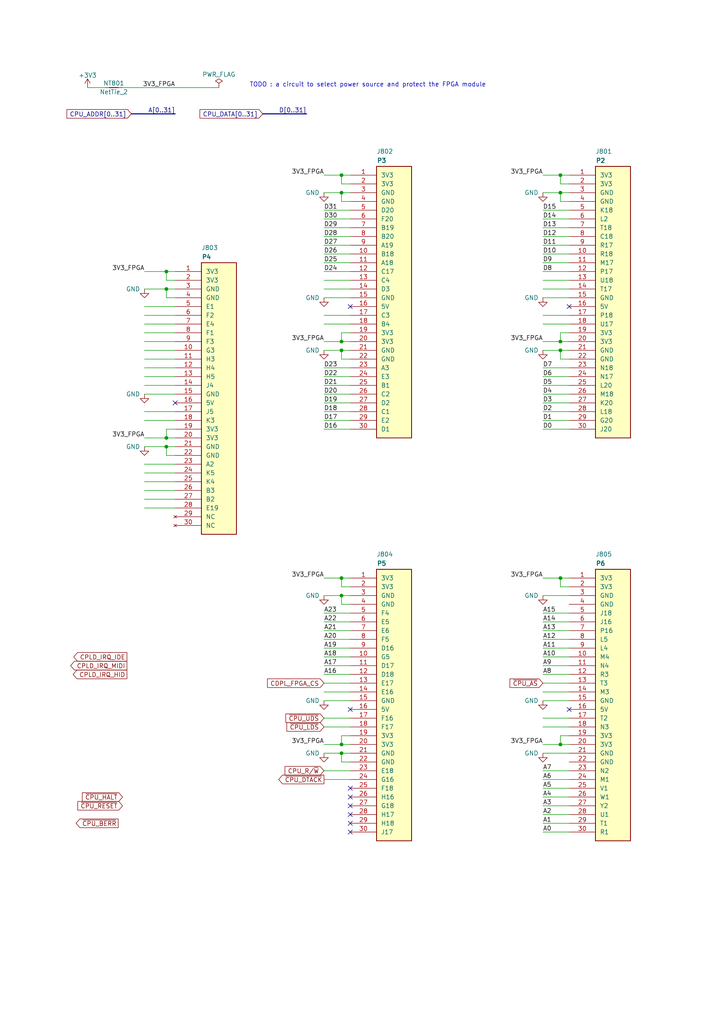
<source format=kicad_sch>
(kicad_sch (version 20230121) (generator eeschema)
  (paper "A4" portrait)
  (title_block (title "Ximera XMR1020 mainboard") (date "2025-07-22") (rev "Mk-0 draft") (company "Sporniket") (comment 3 "https://github.com/sporniket/ximera-xmr1020-mainboard-by-sporniket.git") (comment 4 "Original repository :"))
  (lib_symbols
    (symbol "Device:NetTie_2" (pin_numbers hide) (pin_names (offset 0) hide) (in_bom no)
      (property "Reference" "NT" (at 0 1.27 0))
      (property "Value" "NetTie_2" (at 0 -1.27 0))
      (symbol "NetTie_2_0_1"
        (polyline (pts (xy -1.27 0) (xy 1.27 0)) (stroke (width 0.254)))
      )
      (symbol "NetTie_2_1_1"
        (pin passive line (at -2.54 0 0) (length 2.54) (name "1") (number "1"))
        (pin passive line (at 2.54 0 180) (length 2.54) (name "2") (number "2"))
      )
    )
    (symbol "colorlight_i9_v7.2_p2:COLORLIGHT_I9_V7.2_EXPANSION_CONNECTOR_P2_PHY" (pin_names (offset 1.27))
      (property "Reference" "J" (at -5.08 44.45 0))
      (property "Value" "COLORLIGHT_I9_V7.2_EXPANSION_CONNECTOR_P2_PHY" (at -5.08 41.91 0))
      (symbol "COLORLIGHT_I9_V7.2_EXPANSION_CONNECTOR_P2_PHY_0_0"
        (rectangle (start -5.08 39.37) (end 5.08 -39.37) (stroke (width 0.254)) (fill (type background)))
        (pin power_in line (at -12.7 36.83 0) (length 7.62) (name "3V3") (number "1"))
        (pin bidirectional line (at -12.7 13.97 0) (length 7.62) (name "R18") (number "10"))
        (pin bidirectional line (at -12.7 11.43 0) (length 7.62) (name "M17") (number "11"))
        (pin bidirectional line (at -12.7 8.89 0) (length 7.62) (name "P17") (number "12"))
        (pin bidirectional line (at -12.7 6.35 0) (length 7.62) (name "U18") (number "13"))
        (pin bidirectional line (at -12.7 3.81 0) (length 7.62) (name "T17") (number "14"))
        (pin power_in line (at -12.7 1.27 0) (length 7.62) (name "GND") (number "15"))
        (pin power_in line (at -12.7 -1.27 0) (length 7.62) (name "5V") (number "16"))
        (pin bidirectional line (at -12.7 -3.81 0) (length 7.62) (name "P18") (number "17"))
        (pin bidirectional line (at -12.7 -6.35 0) (length 7.62) (name "U17") (number "18"))
        (pin power_in line (at -12.7 -8.89 0) (length 7.62) (name "3V3") (number "19"))
        (pin power_in line (at -12.7 34.29 0) (length 7.62) (name "3V3") (number "2"))
        (pin power_in line (at -12.7 -11.43 0) (length 7.62) (name "3V3") (number "20"))
        (pin power_in line (at -12.7 -13.97 0) (length 7.62) (name "GND") (number "21"))
        (pin power_in line (at -12.7 -16.51 0) (length 7.62) (name "GND") (number "22"))
        (pin bidirectional line (at -12.7 -19.05 0) (length 7.62) (name "N18") (number "23"))
        (pin bidirectional line (at -12.7 -21.59 0) (length 7.62) (name "N17") (number "24"))
        (pin bidirectional line (at -12.7 -24.13 0) (length 7.62) (name "L20") (number "25"))
        (pin bidirectional line (at -12.7 -26.67 0) (length 7.62) (name "M18") (number "26"))
        (pin bidirectional line (at -12.7 -29.21 0) (length 7.62) (name "K20") (number "27"))
        (pin bidirectional line (at -12.7 -31.75 0) (length 7.62) (name "L18") (number "28"))
        (pin bidirectional line (at -12.7 -34.29 0) (length 7.62) (name "G20") (number "29"))
        (pin power_in line (at -12.7 31.75 0) (length 7.62) (name "GND") (number "3"))
        (pin bidirectional line (at -12.7 -36.83 0) (length 7.62) (name "J20") (number "30"))
        (pin power_in line (at -12.7 29.21 0) (length 7.62) (name "GND") (number "4"))
        (pin bidirectional line (at -12.7 26.67 0) (length 7.62) (name "K18") (number "5"))
        (pin bidirectional line (at -12.7 24.13 0) (length 7.62) (name "L2") (number "6"))
        (pin bidirectional line (at -12.7 21.59 0) (length 7.62) (name "T18") (number "7"))
        (pin bidirectional line (at -12.7 19.05 0) (length 7.62) (name "C18") (number "8"))
        (pin bidirectional line (at -12.7 16.51 0) (length 7.62) (name "R17") (number "9"))
      )
    )
    (symbol "colorlight_i9_v7.2_p3:COLORLIGHT_I9_V7.2_EXPANSION_CONNECTOR_P3_PHY" (pin_names (offset 1.27))
      (property "Reference" "J" (at -5.08 44.45 0))
      (property "Value" "COLORLIGHT_I9_V7.2_EXPANSION_CONNECTOR_P3_PHY" (at -5.08 41.91 0))
      (symbol "COLORLIGHT_I9_V7.2_EXPANSION_CONNECTOR_P3_PHY_0_0"
        (rectangle (start -5.08 39.37) (end 5.08 -39.37) (stroke (width 0.254)) (fill (type background)))
        (pin power_in line (at -12.7 36.83 0) (length 7.62) (name "3V3") (number "1"))
        (pin bidirectional line (at -12.7 13.97 0) (length 7.62) (name "B18") (number "10"))
        (pin bidirectional line (at -12.7 11.43 0) (length 7.62) (name "A18") (number "11"))
        (pin bidirectional line (at -12.7 8.89 0) (length 7.62) (name "C17") (number "12"))
        (pin bidirectional line (at -12.7 6.35 0) (length 7.62) (name "C4") (number "13"))
        (pin bidirectional line (at -12.7 3.81 0) (length 7.62) (name "D3") (number "14"))
        (pin power_in line (at -12.7 1.27 0) (length 7.62) (name "GND") (number "15"))
        (pin power_in line (at -12.7 -1.27 0) (length 7.62) (name "5V") (number "16"))
        (pin bidirectional line (at -12.7 -3.81 0) (length 7.62) (name "C3") (number "17"))
        (pin bidirectional line (at -12.7 -6.35 0) (length 7.62) (name "B4") (number "18"))
        (pin power_in line (at -12.7 -8.89 0) (length 7.62) (name "3V3") (number "19"))
        (pin power_in line (at -12.7 34.29 0) (length 7.62) (name "3V3") (number "2"))
        (pin power_in line (at -12.7 -11.43 0) (length 7.62) (name "3V3") (number "20"))
        (pin power_in line (at -12.7 -13.97 0) (length 7.62) (name "GND") (number "21"))
        (pin power_in line (at -12.7 -16.51 0) (length 7.62) (name "GND") (number "22"))
        (pin bidirectional line (at -12.7 -19.05 0) (length 7.62) (name "A3") (number "23"))
        (pin bidirectional line (at -12.7 -21.59 0) (length 7.62) (name "E3") (number "24"))
        (pin bidirectional line (at -12.7 -24.13 0) (length 7.62) (name "B1") (number "25"))
        (pin bidirectional line (at -12.7 -26.67 0) (length 7.62) (name "C2") (number "26"))
        (pin bidirectional line (at -12.7 -29.21 0) (length 7.62) (name "D2") (number "27"))
        (pin bidirectional line (at -12.7 -31.75 0) (length 7.62) (name "C1") (number "28"))
        (pin bidirectional line (at -12.7 -34.29 0) (length 7.62) (name "E2") (number "29"))
        (pin power_in line (at -12.7 31.75 0) (length 7.62) (name "GND") (number "3"))
        (pin bidirectional line (at -12.7 -36.83 0) (length 7.62) (name "D1") (number "30"))
        (pin power_in line (at -12.7 29.21 0) (length 7.62) (name "GND") (number "4"))
        (pin bidirectional line (at -12.7 26.67 0) (length 7.62) (name "D20") (number "5"))
        (pin bidirectional line (at -12.7 24.13 0) (length 7.62) (name "F20") (number "6"))
        (pin bidirectional line (at -12.7 21.59 0) (length 7.62) (name "B19") (number "7"))
        (pin bidirectional line (at -12.7 19.05 0) (length 7.62) (name "B20") (number "8"))
        (pin bidirectional line (at -12.7 16.51 0) (length 7.62) (name "A19") (number "9"))
      )
    )
    (symbol "colorlight_i9_v7.2_p4:COLORLIGHT_I9_V7.2_EXPANSION_CONNECTOR_P4_PHY" (pin_names (offset 1.27))
      (property "Reference" "J" (at -5.08 44.45 0))
      (property "Value" "COLORLIGHT_I9_V7.2_EXPANSION_CONNECTOR_P4_PHY" (at -5.08 41.91 0))
      (symbol "COLORLIGHT_I9_V7.2_EXPANSION_CONNECTOR_P4_PHY_0_0"
        (rectangle (start -5.08 39.37) (end 5.08 -39.37) (stroke (width 0.254)) (fill (type background)))
        (pin power_in line (at -12.7 36.83 0) (length 7.62) (name "3V3") (number "1"))
        (pin bidirectional line (at -12.7 13.97 0) (length 7.62) (name "G3") (number "10"))
        (pin bidirectional line (at -12.7 11.43 0) (length 7.62) (name "H3") (number "11"))
        (pin bidirectional line (at -12.7 8.89 0) (length 7.62) (name "H4") (number "12"))
        (pin bidirectional line (at -12.7 6.35 0) (length 7.62) (name "H5") (number "13"))
        (pin bidirectional line (at -12.7 3.81 0) (length 7.62) (name "J4") (number "14"))
        (pin power_in line (at -12.7 1.27 0) (length 7.62) (name "GND") (number "15"))
        (pin power_in line (at -12.7 -1.27 0) (length 7.62) (name "5V") (number "16"))
        (pin bidirectional line (at -12.7 -3.81 0) (length 7.62) (name "J5") (number "17"))
        (pin bidirectional line (at -12.7 -6.35 0) (length 7.62) (name "K3") (number "18"))
        (pin power_in line (at -12.7 -8.89 0) (length 7.62) (name "3V3") (number "19"))
        (pin power_in line (at -12.7 34.29 0) (length 7.62) (name "3V3") (number "2"))
        (pin power_in line (at -12.7 -11.43 0) (length 7.62) (name "3V3") (number "20"))
        (pin power_in line (at -12.7 -13.97 0) (length 7.62) (name "GND") (number "21"))
        (pin power_in line (at -12.7 -16.51 0) (length 7.62) (name "GND") (number "22"))
        (pin bidirectional line (at -12.7 -19.05 0) (length 7.62) (name "A2") (number "23"))
        (pin bidirectional line (at -12.7 -21.59 0) (length 7.62) (name "K5") (number "24"))
        (pin bidirectional line (at -12.7 -24.13 0) (length 7.62) (name "K4") (number "25"))
        (pin bidirectional line (at -12.7 -26.67 0) (length 7.62) (name "B3") (number "26"))
        (pin bidirectional line (at -12.7 -29.21 0) (length 7.62) (name "B2") (number "27"))
        (pin bidirectional line (at -12.7 -31.75 0) (length 7.62) (name "E19") (number "28"))
        (pin no_connect line (at -12.7 -34.29 0) (length 7.62) (name "NC") (number "29"))
        (pin power_in line (at -12.7 31.75 0) (length 7.62) (name "GND") (number "3"))
        (pin no_connect line (at -12.7 -36.83 0) (length 7.62) (name "NC") (number "30"))
        (pin power_in line (at -12.7 29.21 0) (length 7.62) (name "GND") (number "4"))
        (pin bidirectional line (at -12.7 26.67 0) (length 7.62) (name "E1") (number "5"))
        (pin bidirectional line (at -12.7 24.13 0) (length 7.62) (name "F2") (number "6"))
        (pin bidirectional line (at -12.7 21.59 0) (length 7.62) (name "E4") (number "7"))
        (pin bidirectional line (at -12.7 19.05 0) (length 7.62) (name "F1") (number "8"))
        (pin bidirectional line (at -12.7 16.51 0) (length 7.62) (name "F3") (number "9"))
      )
    )
    (symbol "colorlight_i9_v7.2_p5:COLORLIGHT_I9_V7.2_EXPANSION_CONNECTOR_P5_PHY" (pin_names (offset 1.27))
      (property "Reference" "J" (at -5.08 44.45 0))
      (property "Value" "COLORLIGHT_I9_V7.2_EXPANSION_CONNECTOR_P5_PHY" (at -5.08 41.91 0))
      (symbol "COLORLIGHT_I9_V7.2_EXPANSION_CONNECTOR_P5_PHY_0_0"
        (rectangle (start -5.08 39.37) (end 5.08 -39.37) (stroke (width 0.254)) (fill (type background)))
        (pin power_in line (at -12.7 36.83 0) (length 7.62) (name "3V3") (number "1"))
        (pin bidirectional line (at -12.7 13.97 0) (length 7.62) (name "G5") (number "10"))
        (pin bidirectional line (at -12.7 11.43 0) (length 7.62) (name "D17") (number "11"))
        (pin bidirectional line (at -12.7 8.89 0) (length 7.62) (name "D18") (number "12"))
        (pin bidirectional line (at -12.7 6.35 0) (length 7.62) (name "E17") (number "13"))
        (pin bidirectional line (at -12.7 3.81 0) (length 7.62) (name "E16") (number "14"))
        (pin power_in line (at -12.7 1.27 0) (length 7.62) (name "GND") (number "15"))
        (pin power_in line (at -12.7 -1.27 0) (length 7.62) (name "5V") (number "16"))
        (pin bidirectional line (at -12.7 -3.81 0) (length 7.62) (name "F16") (number "17"))
        (pin bidirectional line (at -12.7 -6.35 0) (length 7.62) (name "F17") (number "18"))
        (pin power_in line (at -12.7 -8.89 0) (length 7.62) (name "3V3") (number "19"))
        (pin power_in line (at -12.7 34.29 0) (length 7.62) (name "3V3") (number "2"))
        (pin power_in line (at -12.7 -11.43 0) (length 7.62) (name "3V3") (number "20"))
        (pin power_in line (at -12.7 -13.97 0) (length 7.62) (name "GND") (number "21"))
        (pin power_in line (at -12.7 -16.51 0) (length 7.62) (name "GND") (number "22"))
        (pin bidirectional line (at -12.7 -19.05 0) (length 7.62) (name "E18") (number "23"))
        (pin bidirectional line (at -12.7 -21.59 0) (length 7.62) (name "G16") (number "24"))
        (pin bidirectional line (at -12.7 -24.13 0) (length 7.62) (name "F18") (number "25"))
        (pin bidirectional line (at -12.7 -26.67 0) (length 7.62) (name "H16") (number "26"))
        (pin bidirectional line (at -12.7 -29.21 0) (length 7.62) (name "G18") (number "27"))
        (pin bidirectional line (at -12.7 -31.75 0) (length 7.62) (name "H17") (number "28"))
        (pin bidirectional line (at -12.7 -34.29 0) (length 7.62) (name "H18") (number "29"))
        (pin power_in line (at -12.7 31.75 0) (length 7.62) (name "GND") (number "3"))
        (pin bidirectional line (at -12.7 -36.83 0) (length 7.62) (name "J17") (number "30"))
        (pin power_in line (at -12.7 29.21 0) (length 7.62) (name "GND") (number "4"))
        (pin bidirectional line (at -12.7 26.67 0) (length 7.62) (name "F4") (number "5"))
        (pin bidirectional line (at -12.7 24.13 0) (length 7.62) (name "E5") (number "6"))
        (pin bidirectional line (at -12.7 21.59 0) (length 7.62) (name "E6") (number "7"))
        (pin bidirectional line (at -12.7 19.05 0) (length 7.62) (name "F5") (number "8"))
        (pin bidirectional line (at -12.7 16.51 0) (length 7.62) (name "D16") (number "9"))
      )
    )
    (symbol "colorlight_i9_v7.2_p6:COLORLIGHT_I9_V7.2_EXPANSION_CONNECTOR_P6_PHY" (pin_names (offset 1.27))
      (property "Reference" "J" (at -5.08 44.45 0))
      (property "Value" "COLORLIGHT_I9_V7.2_EXPANSION_CONNECTOR_P6_PHY" (at -5.08 41.91 0))
      (symbol "COLORLIGHT_I9_V7.2_EXPANSION_CONNECTOR_P6_PHY_0_0"
        (rectangle (start -5.08 39.37) (end 5.08 -39.37) (stroke (width 0.254)) (fill (type background)))
        (pin power_in line (at -12.7 36.83 0) (length 7.62) (name "3V3") (number "1"))
        (pin bidirectional line (at -12.7 13.97 0) (length 7.62) (name "M4") (number "10"))
        (pin bidirectional line (at -12.7 11.43 0) (length 7.62) (name "N4") (number "11"))
        (pin bidirectional line (at -12.7 8.89 0) (length 7.62) (name "R3") (number "12"))
        (pin bidirectional line (at -12.7 6.35 0) (length 7.62) (name "T3") (number "13"))
        (pin bidirectional line (at -12.7 3.81 0) (length 7.62) (name "M3") (number "14"))
        (pin power_in line (at -12.7 1.27 0) (length 7.62) (name "GND") (number "15"))
        (pin power_in line (at -12.7 -1.27 0) (length 7.62) (name "5V") (number "16"))
        (pin bidirectional line (at -12.7 -3.81 0) (length 7.62) (name "T2") (number "17"))
        (pin bidirectional line (at -12.7 -6.35 0) (length 7.62) (name "N3") (number "18"))
        (pin power_in line (at -12.7 -8.89 0) (length 7.62) (name "3V3") (number "19"))
        (pin power_in line (at -12.7 34.29 0) (length 7.62) (name "3V3") (number "2"))
        (pin power_in line (at -12.7 -11.43 0) (length 7.62) (name "3V3") (number "20"))
        (pin power_in line (at -12.7 -13.97 0) (length 7.62) (name "GND") (number "21"))
        (pin power_in line (at -12.7 -16.51 0) (length 7.62) (name "GND") (number "22"))
        (pin bidirectional line (at -12.7 -19.05 0) (length 7.62) (name "N2") (number "23"))
        (pin bidirectional line (at -12.7 -21.59 0) (length 7.62) (name "M1") (number "24"))
        (pin bidirectional line (at -12.7 -24.13 0) (length 7.62) (name "V1") (number "25"))
        (pin bidirectional line (at -12.7 -26.67 0) (length 7.62) (name "W1") (number "26"))
        (pin bidirectional line (at -12.7 -29.21 0) (length 7.62) (name "Y2") (number "27"))
        (pin bidirectional line (at -12.7 -31.75 0) (length 7.62) (name "U1") (number "28"))
        (pin bidirectional line (at -12.7 -34.29 0) (length 7.62) (name "T1") (number "29"))
        (pin power_in line (at -12.7 31.75 0) (length 7.62) (name "GND") (number "3"))
        (pin bidirectional line (at -12.7 -36.83 0) (length 7.62) (name "R1") (number "30"))
        (pin power_in line (at -12.7 29.21 0) (length 7.62) (name "GND") (number "4"))
        (pin bidirectional line (at -12.7 26.67 0) (length 7.62) (name "J18") (number "5"))
        (pin bidirectional line (at -12.7 24.13 0) (length 7.62) (name "J16") (number "6"))
        (pin bidirectional line (at -12.7 21.59 0) (length 7.62) (name "P16") (number "7"))
        (pin bidirectional line (at -12.7 19.05 0) (length 7.62) (name "L5") (number "8"))
        (pin bidirectional line (at -12.7 16.51 0) (length 7.62) (name "L4") (number "9"))
      )
    )
    (symbol "power:+3V3" (power) (pin_names (offset 0))
      (property "Value" "+3V3" (at 0 3.556 0))
      (symbol "+3V3_0_1"
        (polyline (pts (xy -0.762 1.27) (xy 0 2.54)))
        (polyline (pts (xy 0 0) (xy 0 2.54)))
        (polyline (pts (xy 0 2.54) (xy 0.762 1.27)))
      )
      (symbol "+3V3_1_1"
        (pin power_in line (at 0 0 90) (length 0) hide (name "+3V3") (number "1"))
      )
    )
    (symbol "power:GND" (power) (pin_names (offset 0))
      (property "Value" "GND" (at 0 -3.81 0))
      (symbol "GND_0_1"
        (polyline (pts (xy 0 0) (xy 0 -1.27) (xy 1.27 -1.27) (xy 0 -2.54) (xy -1.27 -1.27) (xy 0 -1.27)))
      )
      (symbol "GND_1_1"
        (pin power_in line (at 0 0 270) (length 0) hide (name "GND") (number "1"))
      )
    )
    (symbol "power:PWR_FLAG" (power) (pin_numbers hide) (pin_names (offset 0) hide)
      (property "Value" "PWR_FLAG" (at 0 3.81 0))
      (symbol "PWR_FLAG_0_0"
        (pin power_out line (at 0 0 90) (length 0) (name "pwr") (number "1"))
      )
      (symbol "PWR_FLAG_0_1"
        (polyline (pts (xy 0 0) (xy 0 1.27) (xy -1.016 1.905) (xy 0 2.54) (xy 1.016 1.905) (xy 0 1.27)))
      )
    )
  )
  (junction (at 99.06 167.64))
  (junction (at 99.06 99.06))
  (junction (at 162.56 101.6))
  (junction (at 99.06 172.72))
  (junction (at 162.56 50.8))
  (junction (at 99.06 215.9))
  (junction (at 99.06 50.8))
  (junction (at 162.56 55.88))
  (junction (at 48.26 78.74))
  (junction (at 99.06 101.6))
  (junction (at 48.26 83.82))
  (junction (at 48.26 129.54))
  (junction (at 99.06 218.44))
  (junction (at 162.56 167.64))
  (junction (at 162.56 215.9))
  (junction (at 99.06 55.88))
  (junction (at 162.56 99.06))
  (junction (at 48.26 127))
  (no_connect (at 165.1 88.9))
  (no_connect (at 101.6 88.9))
  (no_connect (at 101.6 236.22))
  (no_connect (at 101.6 205.74))
  (no_connect (at 101.6 241.3))
  (no_connect (at 101.6 233.68))
  (no_connect (at 101.6 228.6))
  (no_connect (at 50.8 116.84))
  (no_connect (at 101.6 231.14))
  (no_connect (at 165.1 205.74))
  (no_connect (at 101.6 238.76))
  (wire (pts (xy 93.98 223.52) (xy 101.6 223.52)))
  (wire (pts (xy 93.98 226.06) (xy 101.6 226.06)))
  (wire (pts (xy 93.98 83.82) (xy 101.6 83.82)))
  (wire (pts (xy 157.48 93.98) (xy 165.1 93.98)))
  (wire (pts (xy 157.48 116.84) (xy 165.1 116.84)))
  (wire (pts (xy 99.06 55.88) (xy 101.6 55.88)))
  (wire (pts (xy 48.26 132.08) (xy 48.26 129.54)))
  (wire (pts (xy 25.4 25.4) (xy 30.48 25.4)))
  (wire (pts (xy 157.48 226.06) (xy 165.1 226.06)))
  (wire (pts (xy 165.1 170.18) (xy 162.56 170.18)))
  (wire (pts (xy 41.91 104.14) (xy 50.8 104.14)))
  (wire (pts (xy 101.6 53.34) (xy 99.06 53.34)))
  (wire (pts (xy 48.26 83.82) (xy 50.8 83.82)))
  (wire (pts (xy 99.06 53.34) (xy 99.06 50.8)))
  (wire (pts (xy 41.91 91.44) (xy 50.8 91.44)))
  (wire (pts (xy 157.48 238.76) (xy 165.1 238.76)))
  (wire (pts (xy 157.48 66.04) (xy 165.1 66.04)))
  (wire (pts (xy 157.48 172.72) (xy 165.1 172.72)))
  (wire (pts (xy 157.48 121.92) (xy 165.1 121.92)))
  (wire (pts (xy 41.91 119.38) (xy 50.8 119.38)))
  (wire (pts (xy 157.48 50.8) (xy 162.56 50.8)))
  (wire (pts (xy 162.56 96.52) (xy 162.56 99.06)))
  (wire (pts (xy 157.48 114.3) (xy 165.1 114.3)))
  (wire (pts (xy 41.91 139.7) (xy 50.8 139.7)))
  (wire (pts (xy 41.91 106.68) (xy 50.8 106.68)))
  (wire (pts (xy 41.91 93.98) (xy 50.8 93.98)))
  (wire (pts (xy 157.48 124.46) (xy 165.1 124.46)))
  (wire (pts (xy 99.06 215.9) (xy 101.6 215.9)))
  (wire (pts (xy 93.98 190.5) (xy 101.6 190.5)))
  (wire (pts (xy 157.48 111.76) (xy 165.1 111.76)))
  (wire (pts (xy 93.98 50.8) (xy 99.06 50.8)))
  (wire (pts (xy 162.56 213.36) (xy 162.56 215.9)))
  (wire (pts (xy 99.06 213.36) (xy 99.06 215.9)))
  (wire (pts (xy 99.06 220.98) (xy 99.06 218.44)))
  (wire (pts (xy 93.98 55.88) (xy 99.06 55.88)))
  (wire (pts (xy 157.48 106.68) (xy 165.1 106.68)))
  (wire (pts (xy 93.98 119.38) (xy 101.6 119.38)))
  (wire (pts (xy 157.48 195.58) (xy 165.1 195.58)))
  (wire (pts (xy 93.98 101.6) (xy 99.06 101.6)))
  (wire (pts (xy 99.06 58.42) (xy 99.06 55.88)))
  (bus (pts (xy 50.8 33.02) (xy 38.1 33.02)))
  (wire (pts (xy 162.56 58.42) (xy 162.56 55.88)))
  (wire (pts (xy 157.48 63.5) (xy 165.1 63.5)))
  (wire (pts (xy 93.98 187.96) (xy 101.6 187.96)))
  (wire (pts (xy 93.98 208.28) (xy 101.6 208.28)))
  (wire (pts (xy 101.6 58.42) (xy 99.06 58.42)))
  (wire (pts (xy 41.91 134.62) (xy 50.8 134.62)))
  (wire (pts (xy 162.56 55.88) (xy 165.1 55.88)))
  (wire (pts (xy 99.06 104.14) (xy 99.06 101.6)))
  (wire (pts (xy 157.48 187.96) (xy 165.1 187.96)))
  (wire (pts (xy 157.48 193.04) (xy 165.1 193.04)))
  (wire (pts (xy 157.48 233.68) (xy 165.1 233.68)))
  (wire (pts (xy 93.98 200.66) (xy 101.6 200.66)))
  (wire (pts (xy 157.48 190.5) (xy 165.1 190.5)))
  (wire (pts (xy 165.1 53.34) (xy 162.56 53.34)))
  (wire (pts (xy 157.48 60.96) (xy 165.1 60.96)))
  (wire (pts (xy 93.98 182.88) (xy 101.6 182.88)))
  (wire (pts (xy 93.98 73.66) (xy 101.6 73.66)))
  (wire (pts (xy 157.48 101.6) (xy 162.56 101.6)))
  (wire (pts (xy 93.98 121.92) (xy 101.6 121.92)))
  (wire (pts (xy 93.98 185.42) (xy 101.6 185.42)))
  (wire (pts (xy 99.06 50.8) (xy 101.6 50.8)))
  (wire (pts (xy 157.48 185.42) (xy 165.1 185.42)))
  (wire (pts (xy 41.91 111.76) (xy 50.8 111.76)))
  (wire (pts (xy 99.06 218.44) (xy 101.6 218.44)))
  (wire (pts (xy 101.6 220.98) (xy 99.06 220.98)))
  (wire (pts (xy 99.06 213.36) (xy 101.6 213.36)))
  (wire (pts (xy 50.8 86.36) (xy 48.26 86.36)))
  (wire (pts (xy 157.48 99.06) (xy 162.56 99.06)))
  (wire (pts (xy 162.56 215.9) (xy 165.1 215.9)))
  (wire (pts (xy 41.91 142.24) (xy 50.8 142.24)))
  (wire (pts (xy 101.6 96.52) (xy 99.06 96.52)))
  (wire (pts (xy 157.48 198.12) (xy 165.1 198.12)))
  (wire (pts (xy 157.48 68.58) (xy 165.1 68.58)))
  (wire (pts (xy 48.26 127) (xy 50.8 127)))
  (wire (pts (xy 157.48 223.52) (xy 165.1 223.52)))
  (bus (pts (xy 88.9 33.02) (xy 76.2 33.02)))
  (wire (pts (xy 99.06 96.52) (xy 99.06 99.06)))
  (wire (pts (xy 157.48 71.12) (xy 165.1 71.12)))
  (wire (pts (xy 157.48 236.22) (xy 165.1 236.22)))
  (wire (pts (xy 162.56 101.6) (xy 165.1 101.6)))
  (wire (pts (xy 93.98 99.06) (xy 99.06 99.06)))
  (wire (pts (xy 41.91 114.3) (xy 50.8 114.3)))
  (wire (pts (xy 93.98 71.12) (xy 101.6 71.12)))
  (wire (pts (xy 165.1 104.14) (xy 162.56 104.14)))
  (wire (pts (xy 93.98 76.2) (xy 101.6 76.2)))
  (wire (pts (xy 165.1 58.42) (xy 162.56 58.42)))
  (wire (pts (xy 41.91 129.54) (xy 48.26 129.54)))
  (wire (pts (xy 93.98 109.22) (xy 101.6 109.22)))
  (wire (pts (xy 48.26 124.46) (xy 48.26 127)))
  (wire (pts (xy 157.48 81.28) (xy 165.1 81.28)))
  (wire (pts (xy 93.98 195.58) (xy 101.6 195.58)))
  (wire (pts (xy 99.06 167.64) (xy 101.6 167.64)))
  (wire (pts (xy 157.48 241.3) (xy 165.1 241.3)))
  (wire (pts (xy 93.98 60.96) (xy 101.6 60.96)))
  (wire (pts (xy 50.8 81.28) (xy 48.26 81.28)))
  (wire (pts (xy 93.98 215.9) (xy 99.06 215.9)))
  (wire (pts (xy 93.98 93.98) (xy 101.6 93.98)))
  (wire (pts (xy 157.48 119.38) (xy 165.1 119.38)))
  (wire (pts (xy 93.98 203.2) (xy 101.6 203.2)))
  (wire (pts (xy 41.91 147.32) (xy 50.8 147.32)))
  (wire (pts (xy 157.48 203.2) (xy 165.1 203.2)))
  (wire (pts (xy 93.98 218.44) (xy 99.06 218.44)))
  (wire (pts (xy 93.98 111.76) (xy 101.6 111.76)))
  (wire (pts (xy 157.48 177.8) (xy 165.1 177.8)))
  (wire (pts (xy 99.06 170.18) (xy 101.6 170.18)))
  (wire (pts (xy 93.98 172.72) (xy 99.06 172.72)))
  (wire (pts (xy 99.06 99.06) (xy 101.6 99.06)))
  (wire (pts (xy 93.98 167.64) (xy 99.06 167.64)))
  (wire (pts (xy 48.26 86.36) (xy 48.26 83.82)))
  (wire (pts (xy 157.48 182.88) (xy 165.1 182.88)))
  (wire (pts (xy 93.98 86.36) (xy 101.6 86.36)))
  (wire (pts (xy 99.06 167.64) (xy 99.06 170.18)))
  (wire (pts (xy 157.48 215.9) (xy 162.56 215.9)))
  (wire (pts (xy 101.6 104.14) (xy 99.06 104.14)))
  (wire (pts (xy 99.06 101.6) (xy 101.6 101.6)))
  (wire (pts (xy 93.98 66.04) (xy 101.6 66.04)))
  (wire (pts (xy 93.98 78.74) (xy 101.6 78.74)))
  (wire (pts (xy 41.91 88.9) (xy 50.8 88.9)))
  (wire (pts (xy 162.56 104.14) (xy 162.56 101.6)))
  (wire (pts (xy 35.56 25.4) (xy 63.5 25.4)))
  (wire (pts (xy 41.91 137.16) (xy 50.8 137.16)))
  (wire (pts (xy 162.56 167.64) (xy 165.1 167.64)))
  (wire (pts (xy 41.91 144.78) (xy 50.8 144.78)))
  (wire (pts (xy 157.48 55.88) (xy 162.56 55.88)))
  (wire (pts (xy 93.98 124.46) (xy 101.6 124.46)))
  (wire (pts (xy 157.48 210.82) (xy 165.1 210.82)))
  (wire (pts (xy 41.91 99.06) (xy 50.8 99.06)))
  (wire (pts (xy 41.91 101.6) (xy 50.8 101.6)))
  (wire (pts (xy 93.98 116.84) (xy 101.6 116.84)))
  (wire (pts (xy 41.91 83.82) (xy 48.26 83.82)))
  (wire (pts (xy 157.48 208.28) (xy 165.1 208.28)))
  (wire (pts (xy 93.98 81.28) (xy 101.6 81.28)))
  (wire (pts (xy 165.1 96.52) (xy 162.56 96.52)))
  (wire (pts (xy 162.56 50.8) (xy 165.1 50.8)))
  (wire (pts (xy 99.06 172.72) (xy 101.6 172.72)))
  (wire (pts (xy 157.48 218.44) (xy 165.1 218.44)))
  (wire (pts (xy 41.91 121.92) (xy 50.8 121.92)))
  (wire (pts (xy 48.26 78.74) (xy 50.8 78.74)))
  (wire (pts (xy 93.98 106.68) (xy 101.6 106.68)))
  (wire (pts (xy 93.98 68.58) (xy 101.6 68.58)))
  (wire (pts (xy 157.48 86.36) (xy 165.1 86.36)))
  (wire (pts (xy 157.48 78.74) (xy 165.1 78.74)))
  (wire (pts (xy 93.98 193.04) (xy 101.6 193.04)))
  (wire (pts (xy 162.56 170.18) (xy 162.56 167.64)))
  (wire (pts (xy 162.56 53.34) (xy 162.56 50.8)))
  (wire (pts (xy 157.48 228.6) (xy 165.1 228.6)))
  (wire (pts (xy 93.98 63.5) (xy 101.6 63.5)))
  (wire (pts (xy 162.56 99.06) (xy 165.1 99.06)))
  (wire (pts (xy 157.48 167.64) (xy 162.56 167.64)))
  (wire (pts (xy 41.91 109.22) (xy 50.8 109.22)))
  (wire (pts (xy 93.98 177.8) (xy 101.6 177.8)))
  (wire (pts (xy 41.91 78.74) (xy 48.26 78.74)))
  (wire (pts (xy 165.1 213.36) (xy 162.56 213.36)))
  (wire (pts (xy 157.48 76.2) (xy 165.1 76.2)))
  (wire (pts (xy 93.98 210.82) (xy 101.6 210.82)))
  (wire (pts (xy 157.48 109.22) (xy 165.1 109.22)))
  (wire (pts (xy 157.48 231.14) (xy 165.1 231.14)))
  (wire (pts (xy 99.06 175.26) (xy 99.06 172.72)))
  (wire (pts (xy 48.26 129.54) (xy 50.8 129.54)))
  (wire (pts (xy 157.48 180.34) (xy 165.1 180.34)))
  (wire (pts (xy 50.8 124.46) (xy 48.26 124.46)))
  (wire (pts (xy 157.48 91.44) (xy 165.1 91.44)))
  (wire (pts (xy 157.48 83.82) (xy 165.1 83.82)))
  (wire (pts (xy 157.48 200.66) (xy 165.1 200.66)))
  (wire (pts (xy 93.98 91.44) (xy 101.6 91.44)))
  (wire (pts (xy 41.91 96.52) (xy 50.8 96.52)))
  (wire (pts (xy 41.91 127) (xy 48.26 127)))
  (wire (pts (xy 50.8 132.08) (xy 48.26 132.08)))
  (wire (pts (xy 93.98 180.34) (xy 101.6 180.34)))
  (wire (pts (xy 101.6 175.26) (xy 99.06 175.26)))
  (wire (pts (xy 93.98 114.3) (xy 101.6 114.3)))
  (wire (pts (xy 157.48 73.66) (xy 165.1 73.66)))
  (wire (pts (xy 93.98 198.12) (xy 101.6 198.12)))
  (wire (pts (xy 48.26 81.28) (xy 48.26 78.74)))
  (text "TODO : a circuit to select power source and protect the FPGA module" (at 72.39 25.4 0) (effects (font (size 1.27 1.27)) (justify left bottom)))
  (label "A19" (at 93.98 187.96 0))
  (label "A20" (at 93.98 185.42 0))
  (label "3V3_FPGA" (at 41.91 127 180))
  (label "D12" (at 157.48 68.58 0))
  (label "D17" (at 93.98 121.92 0))
  (label "A6" (at 157.48 226.06 0))
  (label "A0" (at 157.48 241.3 0))
  (label "A7" (at 157.48 223.52 0))
  (label "D28" (at 93.98 68.58 0))
  (label "A12" (at 157.48 185.42 0))
  (label "3V3_FPGA" (at 93.98 99.06 180))
  (label "D13" (at 157.48 66.04 0))
  (label "D30" (at 93.98 63.5 0))
  (label "A13" (at 157.48 182.88 0))
  (label "D8" (at 157.48 78.74 0))
  (label "A8" (at 157.48 195.58 0))
  (label "3V3_FPGA" (at 41.91 78.74 180))
  (label "D5" (at 157.48 111.76 0))
  (label "D22" (at 93.98 109.22 0))
  (label "D15" (at 157.48 60.96 0))
  (label "A1" (at 157.48 238.76 0))
  (label "3V3_FPGA" (at 93.98 167.64 180))
  (label "D27" (at 93.98 71.12 0))
  (label "A[0..31]" (at 50.8 33.02 180))
  (label "A10" (at 157.48 190.5 0))
  (label "A22" (at 93.98 180.34 0))
  (label "D7" (at 157.48 106.68 0))
  (label "A11" (at 157.48 187.96 0))
  (label "D0" (at 157.48 124.46 0))
  (label "A14" (at 157.48 180.34 0))
  (label "D26" (at 93.98 73.66 0))
  (label "A23" (at 93.98 177.8 0))
  (label "3V3_FPGA" (at 93.98 50.8 180))
  (label "A2" (at 157.48 236.22 0))
  (label "3V3_FPGA" (at 157.48 99.06 180))
  (label "A9" (at 157.48 193.04 0))
  (label "A3" (at 157.48 233.68 0))
  (label "3V3_FPGA" (at 157.48 215.9 180))
  (label "D2" (at 157.48 119.38 0))
  (label "D29" (at 93.98 66.04 0))
  (label "A21" (at 93.98 182.88 0))
  (label "A15" (at 157.48 177.8 0))
  (label "3V3_FPGA" (at 157.48 167.64 180))
  (label "D23" (at 93.98 106.68 0))
  (label "D14" (at 157.48 63.5 0))
  (label "3V3_FPGA" (at 157.48 50.8 180))
  (label "D10" (at 157.48 73.66 0))
  (label "A18" (at 93.98 190.5 0))
  (label "D1" (at 157.48 121.92 0))
  (label "D4" (at 157.48 114.3 0))
  (label "D25" (at 93.98 76.2 0))
  (label "D19" (at 93.98 116.84 0))
  (label "A17" (at 93.98 193.04 0))
  (label "3V3_FPGA" (at 50.8 25.4 180))
  (label "D9" (at 157.48 76.2 0))
  (label "D3" (at 157.48 116.84 0))
  (label "D24" (at 93.98 78.74 0))
  (label "D20" (at 93.98 114.3 0))
  (label "A16" (at 93.98 195.58 0))
  (label "D21" (at 93.98 111.76 0))
  (label "D31" (at 93.98 60.96 0))
  (label "D11" (at 157.48 71.12 0))
  (label "A4" (at 157.48 231.14 0))
  (label "D18" (at 93.98 119.38 0))
  (label "D[0..31]" (at 88.9 33.02 180))
  (label "D6" (at 157.48 109.22 0))
  (label "3V3_FPGA" (at 93.98 215.9 180))
  (label "D16" (at 93.98 124.46 0))
  (label "A5" (at 157.48 228.6 0))
  (global_label "~{CPU_UDS}" (shape input) (at 93.98 208.28 180) (property "Intersheetrefs" "${INTERSHEET_REFS}" (effects hide)))
  (global_label "~{CPU_HALT}" (shape input) (at 35.56 231.14 180) (property "Intersheetrefs" "${INTERSHEET_REFS}" (effects hide)))
  (global_label "~{CPU_LDS}" (shape input) (at 93.98 210.82 180) (property "Intersheetrefs" "${INTERSHEET_REFS}" (effects hide)))
  (global_label "CPLD_IRQ_HID" (shape output) (at 36.83 195.58 180) (property "Intersheetrefs" "${INTERSHEET_REFS}" (effects hide)))
  (global_label "CPLD_IRQ_IDE" (shape output) (at 36.83 190.5 180) (property "Intersheetrefs" "${INTERSHEET_REFS}" (effects hide)))
  (global_label "~{CPU_AS}" (shape input) (at 157.48 198.12 180) (property "Intersheetrefs" "${INTERSHEET_REFS}" (effects hide)))
  (global_label "~{CPU_DTACK}" (shape output) (at 93.98 226.06 180) (property "Intersheetrefs" "${INTERSHEET_REFS}" (effects hide)))
  (global_label "CPU_R{slash}~{W}" (shape input) (at 93.98 223.52 180) (property "Intersheetrefs" "${INTERSHEET_REFS}" (effects hide)))
  (global_label "CDPL_FPGA_CS" (shape input) (at 93.98 198.12 180) (property "Intersheetrefs" "${INTERSHEET_REFS}" (effects hide)))
  (global_label "~{CPU_RESET}" (shape input) (at 35.56 233.68 180) (property "Intersheetrefs" "${INTERSHEET_REFS}" (effects hide)))
  (global_label "~{CPU_BERR}" (shape output) (at 34.29 238.76 180) (property "Intersheetrefs" "${INTERSHEET_REFS}" (effects hide)))
  (global_label "CPU_DATA[0..31]" (shape input) (at 76.2 33.02 180) (property "Intersheetrefs" "${INTERSHEET_REFS}" (effects hide)))
  (global_label "CPLD_IRQ_MIDI" (shape output) (at 36.83 193.04 180) (property "Intersheetrefs" "${INTERSHEET_REFS}" (effects hide)))
  (global_label "CPU_ADDR[0..31]" (shape input) (at 38.1 33.02 180) (property "Intersheetrefs" "${INTERSHEET_REFS}" (effects hide)))
  (symbol (lib_id "power:GND") (at 93.98 86.36 0) (unit 1)
    (property "Reference" "#PWR0807" (effects hide))
    (property "Value" "GND" (at 92.71 86.36 0) (effects (justify right)))
  )
  (symbol (lib_id "colorlight_i9_v7.2_p6:COLORLIGHT_I9_V7.2_EXPANSION_CONNECTOR_P6_PHY") (at 177.8 204.47 0) (unit 1)
    (property "Reference" "J805" (at 172.72 160.02 0) (effects (justify left top)))
    (property "Value" "P6" (at 172.72 162.56 0) (effects (font bold) (justify left top)))
    (property "Footprint" "Connector_PinHeader_2.54mm:PinHeader_2x15_P2.54mm_Vertical" (effects hide))
    (property "Datasheet" "https://github.com/wuxx/Colorlight-FPGA-Projects/blob/master/doc/i9_v7.2_pinout.png" (effects hide))
  )
  (symbol (lib_id "power:GND") (at 157.48 172.72 0) (unit 1)
    (property "Reference" "#PWR0814" (effects hide))
    (property "Value" "GND" (at 156.21 172.72 0) (effects (justify right)))
  )
  (symbol (lib_id "power:GND") (at 93.98 172.72 0) (unit 1)
    (property "Reference" "#PWR0811" (effects hide))
    (property "Value" "GND" (at 92.71 172.72 0) (effects (justify right)))
  )
  (symbol (lib_id "power:GND") (at 157.48 203.2 0) (unit 1)
    (property "Reference" "#PWR0815" (effects hide))
    (property "Value" "GND" (at 156.21 203.2 0) (effects (justify right)))
  )
  (symbol (lib_id "Device:NetTie_2") (at 33.02 25.4 0) (unit 1) (in_bom no)
    (property "Reference" "NT801" (at 33.02 24.13 0))
    (property "Value" "NetTie_2" (at 33.02 26.67 0))
  )
  (symbol (lib_id "power:GND") (at 157.48 86.36 0) (unit 1)
    (property "Reference" "#PWR0809" (effects hide))
    (property "Value" "GND" (at 156.21 86.36 0) (effects (justify right)))
  )
  (symbol (lib_id "colorlight_i9_v7.2_p4:COLORLIGHT_I9_V7.2_EXPANSION_CONNECTOR_P4_PHY") (at 63.5 115.57 0) (unit 1)
    (property "Reference" "J803" (at 58.42 71.12 0) (effects (justify left top)))
    (property "Value" "P4" (at 58.42 73.66 0) (effects (font bold) (justify left top)))
    (property "Footprint" "Connector_PinHeader_2.54mm:PinHeader_2x15_P2.54mm_Vertical" (effects hide))
    (property "Datasheet" "https://github.com/wuxx/Colorlight-FPGA-Projects/blob/master/doc/i9_v7.2_pinout.png" (effects hide))
  )
  (symbol (lib_id "power:GND") (at 93.98 203.2 0) (unit 1)
    (property "Reference" "#PWR0812" (effects hide))
    (property "Value" "GND" (at 92.71 203.2 0) (effects (justify right)))
  )
  (symbol (lib_id "power:GND") (at 93.98 218.44 0) (unit 1)
    (property "Reference" "#PWR0813" (effects hide))
    (property "Value" "GND" (at 92.71 218.44 0) (effects (justify right)))
  )
  (symbol (lib_id "power:GND") (at 93.98 55.88 0) (unit 1)
    (property "Reference" "#PWR0805" (effects hide))
    (property "Value" "GND" (at 92.71 55.88 0) (effects (justify right)))
  )
  (symbol (lib_id "colorlight_i9_v7.2_p3:COLORLIGHT_I9_V7.2_EXPANSION_CONNECTOR_P3_PHY") (at 114.3 87.63 0) (unit 1)
    (property "Reference" "J802" (at 109.22 43.18 0) (effects (justify left top)))
    (property "Value" "P3" (at 109.22 45.72 0) (effects (font bold) (justify left top)))
    (property "Footprint" "Connector_PinHeader_2.54mm:PinHeader_2x15_P2.54mm_Vertical" (effects hide))
    (property "Datasheet" "https://github.com/wuxx/Colorlight-FPGA-Projects/blob/master/doc/i9_v7.2_pinout.png" (effects hide))
  )
  (symbol (lib_id "colorlight_i9_v7.2_p2:COLORLIGHT_I9_V7.2_EXPANSION_CONNECTOR_P2_PHY") (at 177.8 87.63 0) (unit 1)
    (property "Reference" "J801" (at 172.72 43.18 0) (effects (justify left top)))
    (property "Value" "P2" (at 172.72 45.72 0) (effects (font bold) (justify left top)))
    (property "Footprint" "Connector_PinHeader_2.54mm:PinHeader_2x15_P2.54mm_Vertical" (effects hide))
    (property "Datasheet" "https://github.com/wuxx/Colorlight-FPGA-Projects/blob/master/doc/i9_v7.2_pinout.png" (effects hide))
  )
  (symbol (lib_id "power:GND") (at 157.48 101.6 0) (unit 1)
    (property "Reference" "#PWR0810" (effects hide))
    (property "Value" "GND" (at 156.21 101.6 0) (effects (justify right)))
  )
  (symbol (lib_id "power:+3V3") (at 25.4 25.4 0) (unit 1)
    (property "Reference" "#PWR0801" (effects hide))
    (property "Value" "+3V3" (at 25.4 21.844 0))
  )
  (symbol (lib_id "colorlight_i9_v7.2_p5:COLORLIGHT_I9_V7.2_EXPANSION_CONNECTOR_P5_PHY") (at 114.3 204.47 0) (unit 1)
    (property "Reference" "J804" (at 109.22 160.02 0) (effects (justify left top)))
    (property "Value" "P5" (at 109.22 162.56 0) (effects (font bold) (justify left top)))
    (property "Footprint" "Connector_PinHeader_2.54mm:PinHeader_2x15_P2.54mm_Vertical" (effects hide))
    (property "Datasheet" "https://github.com/wuxx/Colorlight-FPGA-Projects/blob/master/doc/i9_v7.2_pinout.png" (effects hide))
  )
  (symbol (lib_id "power:GND") (at 93.98 101.6 0) (unit 1)
    (property "Reference" "#PWR0808" (effects hide))
    (property "Value" "GND" (at 92.71 101.6 0) (effects (justify right)))
  )
  (symbol (lib_id "power:PWR_FLAG") (at 63.5 25.4 0) (unit 1)
    (property "Reference" "#FLG0801" (effects hide))
    (property "Value" "PWR_FLAG" (at 63.5 21.59 0))
  )
  (symbol (lib_id "power:GND") (at 41.91 114.3 0) (unit 1)
    (property "Reference" "#PWR0803" (effects hide))
    (property "Value" "GND" (at 40.64 114.3 0) (effects (justify right)))
  )
  (symbol (lib_id "power:GND") (at 157.48 55.88 0) (unit 1)
    (property "Reference" "#PWR0806" (effects hide))
    (property "Value" "GND" (at 156.21 55.88 0) (effects (justify right)))
  )
  (symbol (lib_id "power:GND") (at 41.91 129.54 0) (unit 1)
    (property "Reference" "#PWR0804" (effects hide))
    (property "Value" "GND" (at 40.64 129.54 0) (effects (justify right)))
  )
  (symbol (lib_id "power:GND") (at 41.91 83.82 0) (unit 1)
    (property "Reference" "#PWR0802" (effects hide))
    (property "Value" "GND" (at 40.64 83.82 0) (effects (justify right)))
  )
  (symbol (lib_id "power:GND") (at 157.48 218.44 0) (unit 1)
    (property "Reference" "#PWR0816" (effects hide))
    (property "Value" "GND" (at 156.21 218.44 0) (effects (justify right)))
  )
)
</source>
